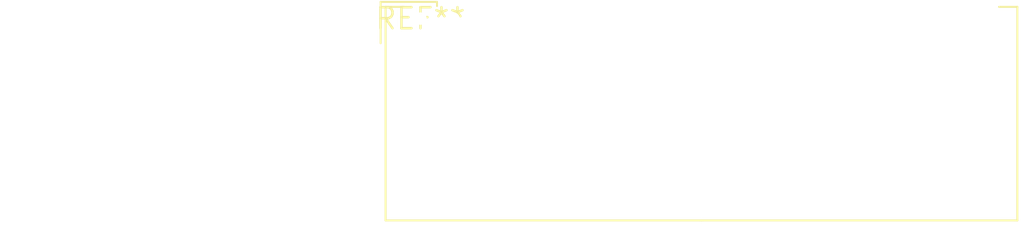
<source format=kicad_pcb>
(kicad_pcb (version 20240108) (generator pcbnew)
  (layers (0 "F.Cu" signal) (31 "B.Cu" signal) (34 "B.Paste" user) (35 "F.Paste" user) (36 "B.SilkS" user "B.Silkscreen") (37 "F.SilkS" user "F.Silkscreen") (38 "B.Mask" user) (39 "F.Mask" user) (44 "Edge.Cuts" user))
  (net 0 "")
  (footprint "JST_PUD_S36B-PUDSS-1_2x18_P2.00mm_Horizontal" (layer "F.Cu") (at 0 0)
    (property "Reference" "REF**")
    (property "Value" "JST_PUD_S36B-PUDSS-1_2x18_P2.00mm_Horizontal")
    (fp_line (start -2.41 -1.01) (end -2.41 1.49) (layer "F.SilkS") (stroke (width 0.12)))
    (fp_line (start -2.11 -0.71) (end -2.11 12.21) (layer "F.SilkS") (stroke (width 0.12)))
    (fp_line (start -2.11 12.21) (end 17 12.21) (layer "F.SilkS") (stroke (width 0.12)))
    (fp_line (start -1 -0.71) (end -2.11 -0.71) (layer "F.SilkS") (stroke (width 0.12)))
    (fp_line (start 1 -1.01) (end -2.41 -1.01) (layer "F.SilkS") (stroke (width 0.12)))
    (fp_line (start 1 -0.76) (end 1 -1.01) (layer "F.SilkS") (stroke (width 0.12)))
    (fp_line (start 35 -0.71) (end 36.11 -0.71) (layer "F.SilkS") (stroke (width 0.12)))
    (fp_line (start 36.11 -0.71) (end 36.11 12.21) (layer "F.SilkS") (stroke (width 0.12)))
    (fp_line (start 36.11 12.21) (end 17 12.21) (layer "F.SilkS") (stroke (width 0.12)))
    (pad "" np_thru_hole circle (at -0.9 9.7) (size 1.65 1.65) (drill 1.65) (layers *.Cu *.Mask))
    (pad "" np_thru_hole circle (at 34.9 9.7) (size 1.65 1.65) (drill 1.65) (layers *.Cu *.Mask))
    (pad "1" thru_hole roundrect (at 0 0) (size 1.2 1.2) (drill 0.75) (layers *.Cu *.Mask) (remove_unused_layers) (roundrect_rratio 0.208333))
    (pad "2" thru_hole circle (at 0 2) (size 1.2 1.2) (drill 0.75) (layers *.Cu *.Mask) (remove_unused_layers))
    (pad "3" thru_hole circle (at 2 0) (size 1.2 1.2) (drill 0.75) (layers *.Cu *.Mask) (remove_unused_layers))
    (pad "4" thru_hole circle (at 2 2) (size 1.2 1.2) (drill 0.75) (layers *.Cu *.Mask) (remove_unused_layers))
    (pad "5" thru_hole circle (at 4 0) (size 1.2 1.2) (drill 0.75) (layers *.Cu *.Mask) (remove_unused_layers))
    (pad "6" thru_hole circle (at 4 2) (size 1.2 1.2) (drill 0.75) (layers *.Cu *.Mask) (remove_unused_layers))
    (pad "7" thru_hole circle (at 6 0) (size 1.2 1.2) (drill 0.75) (layers *.Cu *.Mask) (remove_unused_layers))
    (pad "8" thru_hole circle (at 6 2) (size 1.2 1.2) (drill 0.75) (layers *.Cu *.Mask) (remove_unused_layers))
    (pad "9" thru_hole circle (at 8 0) (size 1.2 1.2) (drill 0.75) (layers *.Cu *.Mask) (remove_unused_layers))
    (pad "10" thru_hole circle (at 8 2) (size 1.2 1.2) (drill 0.75) (layers *.Cu *.Mask) (remove_unused_layers))
    (pad "11" thru_hole circle (at 10 0) (size 1.2 1.2) (drill 0.75) (layers *.Cu *.Mask) (remove_unused_layers))
    (pad "12" thru_hole circle (at 10 2) (size 1.2 1.2) (drill 0.75) (layers *.Cu *.Mask) (remove_unused_layers))
    (pad "13" thru_hole circle (at 12 0) (size 1.2 1.2) (drill 0.75) (layers *.Cu *.Mask) (remove_unused_layers))
    (pad "14" thru_hole circle (at 12 2) (size 1.2 1.2) (drill 0.75) (layers *.Cu *.Mask) (remove_unused_layers))
    (pad "15" thru_hole circle (at 14 0) (size 1.2 1.2) (drill 0.75) (layers *.Cu *.Mask) (remove_unused_layers))
    (pad "16" thru_hole circle (at 14 2) (size 1.2 1.2) (drill 0.75) (layers *.Cu *.Mask) (remove_unused_layers))
    (pad "17" thru_hole circle (at 16 0) (size 1.2 1.2) (drill 0.75) (layers *.Cu *.Mask) (remove_unused_layers))
    (pad "18" thru_hole circle (at 16 2) (size 1.2 1.2) (drill 0.75) (layers *.Cu *.Mask) (remove_unused_layers))
    (pad "19" thru_hole circle (at 18 0) (size 1.2 1.2) (drill 0.75) (layers *.Cu *.Mask) (remove_unused_layers))
    (pad "20" thru_hole circle (at 18 2) (size 1.2 1.2) (drill 0.75) (layers *.Cu *.Mask) (remove_unused_layers))
    (pad "21" thru_hole circle (at 20 0) (size 1.2 1.2) (drill 0.75) (layers *.Cu *.Mask) (remove_unused_layers))
    (pad "22" thru_hole circle (at 20 2) (size 1.2 1.2) (drill 0.75) (layers *.Cu *.Mask) (remove_unused_layers))
    (pad "23" thru_hole circle (at 22 0) (size 1.2 1.2) (drill 0.75) (layers *.Cu *.Mask) (remove_unused_layers))
    (pad "24" thru_hole circle (at 22 2) (size 1.2 1.2) (drill 0.75) (layers *.Cu *.Mask) (remove_unused_layers))
    (pad "25" thru_hole circle (at 24 0) (size 1.2 1.2) (drill 0.75) (layers *.Cu *.Mask) (remove_unused_layers))
    (pad "26" thru_hole circle (at 24 2) (size 1.2 1.2) (drill 0.75) (layers *.Cu *.Mask) (remove_unused_layers))
    (pad "27" thru_hole circle (at 26 0) (size 1.2 1.2) (drill 0.75) (layers *.Cu *.Mask) (remove_unused_layers))
    (pad "28" thru_hole circle (at 26 2) (size 1.2 1.2) (drill 0.75) (layers *.Cu *.Mask) (remove_unused_layers))
    (pad "29" thru_hole circle (at 28 0) (size 1.2 1.2) (drill 0.75) (layers *.Cu *.Mask) (remove_unused_layers))
    (pad "30" thru_hole circle (at 28 2) (size 1.2 1.2) (drill 0.75) (layers *.Cu *.Mask) (remove_unused_layers))
    (pad "31" thru_hole circle (at 30 0) (size 1.2 1.2) (drill 0.75) (layers *.Cu *.Mask) (remove_unused_layers))
    (pad "32" thru_hole circle (at 30 2) (size 1.2 1.2) (drill 0.75) (layers *.Cu *.Mask) (remove_unused_layers))
    (pad "33" thru_hole circle (at 32 0) (size 1.2 1.2) (drill 0.75) (layers *.Cu *.Mask) (remove_unused_layers))
    (pad "34" thru_hole circle (at 32 2) (size 1.2 1.2) (drill 0.75) (layers *.Cu *.Mask) (remove_unused_layers))
    (pad "35" thru_hole circle (at 34 0) (size 1.2 1.2) (drill 0.75) (layers *.Cu *.Mask) (remove_unused_layers))
    (pad "36" thru_hole circle (at 34 2) (size 1.2 1.2) (drill 0.75) (layers *.Cu *.Mask) (remove_unused_layers))
  )
)
</source>
